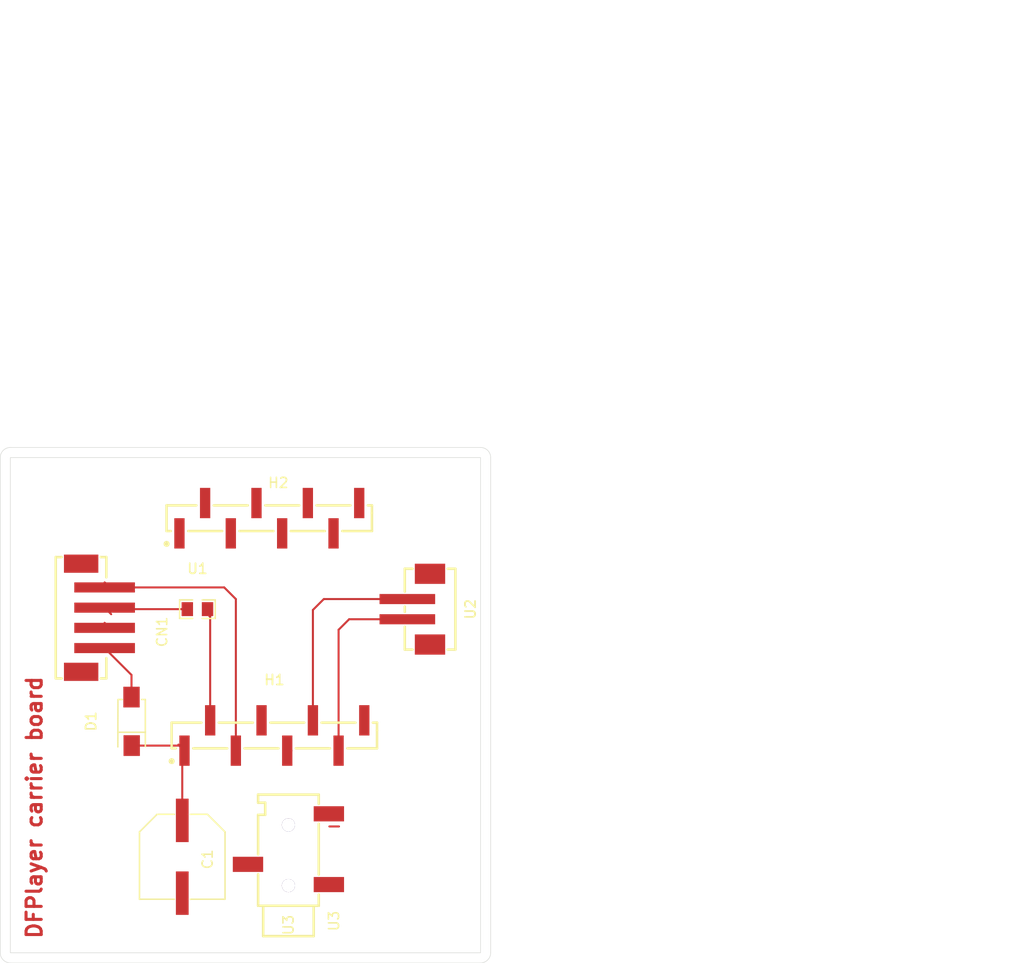
<source format=kicad_pcb>
(kicad_pcb (version 20241229) (generator "pcbnew") (generator_version "9.0")
  (layers (0 "F.Cu" signal) (2 "B.Cu" signal) (13 "F.Paste" user) (15 "B.Paste" user) (5 "F.SilkS" user "F.Silkscreen") (7 "B.SilkS" user "B.Silkscreen") (1 "F.Mask" user) (3 "B.Mask" user) (25 "Edge.Cuts" user))
  (net 0 "")
  (net 1 "footprint-_4")
  (net 2 "df_header_right-_5")
  (net 3 "footprint-_6")
  (net 4 "df_header_right-_4")
  (net 5 "df_header_right-_2")
  (net 6 "footprint-_3-1")
  (net 7 "footprint-_5")
  (net 8 "df_header_right-_3")
  (net 9 "df_header_right-_1")
  (net 10 "df_header_left-_2-1")
  (net 11 "gnd")
  (net 12 "df_header_left-_1")
  (net 13 "v_in_5v")
  (net 14 "RING")
  (net 15 "v_dfplayer")
  (net 16 "df_header_left-_3")
  (net 17 "_7")
  (net 18 "TIP")
  (net 19 "df_header_right-_6")
  (net 20 "net")
  (net 21 "df_header_left-_2-0")
  (net 22 "footprint-_3-0")
  (footprint "hanxia_HX_PM2_54_1x8P_TP_H8_5_ZQ:HDR-SMD_8P-P2.54-V-F-LS4.7" (layer "F.Cu") (at 152.61 81)
    (property "Reference" "H2" (at 0.89 -3.5 0) (layer "F.SilkS"))
    (property "Value" "")
    (fp_line (start -10.16 -1.27) (end -7.22 -1.27) (stroke (width 0.25)) (layer "F.SilkS"))
    (fp_line (start -10.16 1.27) (end -10.16 -1.27) (stroke (width 0.25)) (layer "F.SilkS"))
    (fp_line (start -9.75 1.27) (end -10.16 1.27) (stroke (width 0.25)) (layer "F.SilkS"))
    (fp_line (start -5.49 -1.27) (end -2.13 -1.27) (stroke (width 0.25)) (layer "F.SilkS"))
    (fp_line (start -4.67 1.27) (end -8.02 1.27) (stroke (width 0.25)) (layer "F.SilkS"))
    (fp_line (start -0.4 -1.27) (end 2.95 -1.27) (stroke (width 0.25)) (layer "F.SilkS"))
    (fp_line (start 0.4 1.27) (end -2.95 1.27) (stroke (width 0.25)) (layer "F.SilkS"))
    (fp_line (start 4.67 -1.27) (end 8.02 -1.27) (stroke (width 0.25)) (layer "F.SilkS"))
    (fp_line (start 5.49 1.27) (end 2.13 1.27) (stroke (width 0.25)) (layer "F.SilkS"))
    (fp_line (start 7.22 1.27) (end 10.15 1.27) (stroke (width 0.25)) (layer "F.SilkS"))
    (fp_line (start 10.15 -1.27) (end 9.75 -1.27) (stroke (width 0.25)) (layer "F.SilkS"))
    (fp_line (start 10.15 -1.27) (end 10.15 -0.51) (stroke (width 0.25)) (layer "F.SilkS"))
    (fp_line (start 10.15 -0.51) (end 10.15 1.27) (stroke (width 0.25)) (layer "F.SilkS"))
    (fp_circle (center -10.16 2.54) (end -10.01 2.54) (stroke (width 0.3)) (fill no) (layer "F.SilkS"))
    (pad "1" smd rect (at -8.89 1.5 180) (size 1.02 3) (layers "F.Cu" "F.Mask" "F.Paste") (net 9 "df_header_right-_1"))
    (pad "2" smd rect (at -6.35 -1.5 180) (size 1.02 3) (layers "F.Cu" "F.Mask" "F.Paste") (net 5 "df_header_right-_2"))
    (pad "3" smd rect (at -3.81 1.5 180) (size 1.02 3) (layers "F.Cu" "F.Mask" "F.Paste") (net 8 "df_header_right-_3"))
    (pad "4" smd rect (at -1.27 -1.5 180) (size 1.02 3) (layers "F.Cu" "F.Mask" "F.Paste") (net 4 "df_header_right-_4"))
    (pad "5" smd rect (at 1.27 1.5 180) (size 1.02 3) (layers "F.Cu" "F.Mask" "F.Paste") (net 2 "df_header_right-_5"))
    (pad "6" smd rect (at 3.81 -1.5 180) (size 1.02 3) (layers "F.Cu" "F.Mask" "F.Paste") (net 19 "df_header_right-_6"))
    (pad "7" smd rect (at 6.35 1.5 180) (size 1.02 3) (layers "F.Cu" "F.Mask" "F.Paste") (net 17 "_7"))
    (pad "8" smd rect (at 8.89 -1.5 180) (size 1.02 3) (layers "F.Cu" "F.Mask" "F.Paste") (net 11 "gnd"))
  )
  (footprint "JST_Sales_America_B4B_PH_SM4_TB_LF__SN:CONN-SMD_B4B-PH-SM4-TB-LF-SN" (layer "F.Cu") (at 135.16 90.85 -90)
    (property "Reference" "CN1" (at 1.4 -6.84 90) (layer "F.SilkS"))
    (property "Value" "")
    (fp_line (start -6 3.67) (end -6 3.09) (stroke (width 0.25)) (layer "F.SilkS"))
    (fp_line (start 6 3.67) (end -6 3.67) (stroke (width 0.25)) (layer "F.SilkS"))
    (fp_line (start 6 3.09) (end 6 3.67) (stroke (width 0.25)) (layer "F.SilkS"))
    (fp_line (start -6 -1.33) (end -6 -0.77) (stroke (width 0.25)) (layer "F.SilkS"))
    (fp_line (start -6 -1.33) (end -4 -1.33) (stroke (width 0.25)) (layer "F.SilkS"))
    (fp_line (start 4 -1.33) (end 6 -1.33) (stroke (width 0.25)) (layer "F.SilkS"))
    (fp_line (start 6 -1.33) (end 6 -0.77) (stroke (width 0.25)) (layer "F.SilkS"))
    (pad "1" smd rect (at 3 -1.16 90) (size 1 6) (layers "F.Cu" "F.Mask" "F.Paste") (net 13 "v_in_5v"))
    (pad "2" smd rect (at 1 -1.16 90) (size 1 6) (layers "F.Cu" "F.Mask" "F.Paste") (net 11 "gnd"))
    (pad "3" smd rect (at -1 -1.16 90) (size 1 6) (layers "F.Cu" "F.Mask" "F.Paste") (net 22 "footprint-_3-0"))
    (pad "4" smd rect (at -3 -1.16 90) (size 1 6) (layers "F.Cu" "F.Mask" "F.Paste") (net 16 "df_header_left-_3"))
    (pad "5" smd rect (at -5.35 1.16 270) (size 1.8 3.4) (layers "F.Cu" "F.Mask" "F.Paste") (net 7 "footprint-_5"))
    (pad "6" smd rect (at 5.35 1.16 270) (size 1.8 3.4) (layers "F.Cu" "F.Mask" "F.Paste") (net 3 "footprint-_6"))
  )
  (footprint "hongjiacheng_M1:SMA_L4.3-W2.6-LS5.0-RD" (layer "F.Cu") (at 138.99 101.1 90)
    (property "Reference" "D1" (at 0 -4.01 90) (layer "F.SilkS"))
    (property "Value" "")
    (fp_line (start -1.08 -1.36) (end -1.08 1.36) (stroke (width 0.15)) (layer "F.SilkS"))
    (fp_line (start -2.53 -1.36) (end 2.16 -1.35) (stroke (width 0.15)) (layer "F.SilkS"))
    (fp_line (start 2.16 -1.27) (end 2.16 -0.92) (stroke (width 0.15)) (layer "F.SilkS"))
    (fp_line (start 2.16 1.36) (end 2.16 1.01) (stroke (width 0.15)) (layer "F.SilkS"))
    (fp_line (start -2.5 1.36) (end 2.16 1.36) (stroke (width 0.15)) (layer "F.SilkS"))
    (fp_text user "${REFERENCE}" (at 0 -4.01 90) (layer "F.SilkS"))
    (pad "1" smd rect (at -2.4 0.01 90) (size 2.05 1.62) (layers "F.Cu" "F.Mask" "F.Paste") (net 15 "v_dfplayer"))
    (pad "2" smd rect (at 2.4 -0.01 270) (size 2.05 1.62) (layers "F.Cu" "F.Mask" "F.Paste") (net 13 "v_in_5v"))
  )
  (footprint "UNI_ROYAL_0805W8F1001T5E:R0805" (layer "F.Cu") (at 145.5 90)
    (property "Reference" "U1" (at 0 -4 0) (layer "F.SilkS"))
    (property "Value" "1kΩ ±1% 125mW")
    (fp_line (start -1.76 -0.92) (end -0.48 -0.92) (stroke (width 0.15)) (layer "F.SilkS"))
    (fp_line (start -1.76 0.92) (end -1.76 -0.92) (stroke (width 0.15)) (layer "F.SilkS"))
    (fp_line (start -0.48 0.92) (end -1.76 0.92) (stroke (width 0.15)) (layer "F.SilkS"))
    (fp_line (start 0.48 0.92) (end 1.76 0.92) (stroke (width 0.15)) (layer "F.SilkS"))
    (fp_line (start 1.76 -0.92) (end 0.48 -0.92) (stroke (width 0.15)) (layer "F.SilkS"))
    (fp_line (start 1.76 0.92) (end 1.76 -0.92) (stroke (width 0.15)) (layer "F.SilkS"))
    (fp_text user "${REFERENCE}" (at 0 -4 0) (layer "F.SilkS"))
    (pad "1" smd rect (at -1 0) (size 1.13 1.38) (layers "F.Cu" "F.Mask" "F.Paste") (net 22 "footprint-_3-0"))
    (pad "2" smd rect (at 1 0) (size 1.13 1.38) (layers "F.Cu" "F.Mask" "F.Paste") (net 21 "df_header_left-_2-0"))
  )
  (footprint "hanxia_HX_PM2_54_1x8P_TP_H8_5_ZQ:HDR-SMD_8P-P2.54-V-F-LS4.7" (layer "F.Cu") (at 153.11 102.5)
    (property "Reference" "H1" (at 0 -5.5 0) (layer "F.SilkS"))
    (property "Value" "")
    (fp_line (start -10.16 -1.27) (end -7.22 -1.27) (stroke (width 0.25)) (layer "F.SilkS"))
    (fp_line (start -10.16 1.27) (end -10.16 -1.27) (stroke (width 0.25)) (layer "F.SilkS"))
    (fp_line (start -9.75 1.27) (end -10.16 1.27) (stroke (width 0.25)) (layer "F.SilkS"))
    (fp_line (start -5.49 -1.27) (end -2.13 -1.27) (stroke (width 0.25)) (layer "F.SilkS"))
    (fp_line (start -4.67 1.27) (end -8.02 1.27) (stroke (width 0.25)) (layer "F.SilkS"))
    (fp_line (start -0.4 -1.27) (end 2.95 -1.27) (stroke (width 0.25)) (layer "F.SilkS"))
    (fp_line (start 0.4 1.27) (end -2.95 1.27) (stroke (width 0.25)) (layer "F.SilkS"))
    (fp_line (start 4.67 -1.27) (end 8.02 -1.27) (stroke (width 0.25)) (layer "F.SilkS"))
    (fp_line (start 5.49 1.27) (end 2.13 1.27) (stroke (width 0.25)) (layer "F.SilkS"))
    (fp_line (start 7.22 1.27) (end 10.15 1.27) (stroke (width 0.25)) (layer "F.SilkS"))
    (fp_line (start 10.15 -1.27) (end 9.75 -1.27) (stroke (width 0.25)) (layer "F.SilkS"))
    (fp_line (start 10.15 -1.27) (end 10.15 -0.51) (stroke (width 0.25)) (layer "F.SilkS"))
    (fp_line (start 10.15 -0.51) (end 10.15 1.27) (stroke (width 0.25)) (layer "F.SilkS"))
    (fp_circle (center -10.16 2.54) (end -10.01 2.54) (stroke (width 0.3)) (fill no) (layer "F.SilkS"))
    (fp_text user "${REFERENCE}" (at 0 -5.5 0) (layer "F.SilkS"))
    (pad "1" smd rect (at -8.89 1.5 180) (size 1.02 3) (layers "F.Cu" "F.Mask" "F.Paste") (net 15 "v_dfplayer"))
    (pad "2" smd rect (at -6.35 -1.5 180) (size 1.02 3) (layers "F.Cu" "F.Mask" "F.Paste") (net 21 "df_header_left-_2-0"))
    (pad "3" smd rect (at -3.81 1.5 180) (size 1.02 3) (layers "F.Cu" "F.Mask" "F.Paste") (net 16 "df_header_left-_3"))
    (pad "4" smd rect (at -1.27 -1.5 180) (size 1.02 3) (layers "F.Cu" "F.Mask" "F.Paste") (net 18 "TIP"))
    (pad "5" smd rect (at 1.27 1.5 180) (size 1.02 3) (layers "F.Cu" "F.Mask" "F.Paste") (net 14 "RING"))
    (pad "6" smd rect (at 3.81 -1.5 180) (size 1.02 3) (layers "F.Cu" "F.Mask" "F.Paste") (net 12 "df_header_left-_1"))
    (pad "7" smd rect (at 6.35 1.5 180) (size 1.02 3) (layers "F.Cu" "F.Mask" "F.Paste") (net 10 "df_header_left-_2-1"))
    (pad "8" smd rect (at 8.89 -1.5 180) (size 1.02 3) (layers "F.Cu" "F.Mask" "F.Paste") (net 11 "gnd"))
  )
  (footprint "JST_Sales_America_B2B_PH_SM4_TBT_LF__SN:CONN-SMD_B2B-PH-SM4-TBT-LF-SN" (layer "F.Cu") (at 167.38 90 -90)
    (property "Reference" "U2" (at 0 -5.12 90) (layer "F.SilkS"))
    (property "Value" "")
    (fp_line (start -4 1.37) (end -1.73 1.37) (stroke (width 0.25)) (layer "F.SilkS"))
    (fp_line (start -0.27 1.37) (end 0.27 1.37) (stroke (width 0.25)) (layer "F.SilkS"))
    (fp_line (start 1.73 1.37) (end 4 1.37) (stroke (width 0.25)) (layer "F.SilkS"))
    (fp_line (start 4 1.37) (end 4 0.6) (stroke (width 0.25)) (layer "F.SilkS"))
    (fp_line (start -4 0.6) (end -4 1.37) (stroke (width 0.25)) (layer "F.SilkS"))
    (fp_line (start 4 -2.86) (end 4 -3.63) (stroke (width 0.25)) (layer "F.SilkS"))
    (fp_line (start -4 -3.63) (end -4 -2.86) (stroke (width 0.25)) (layer "F.SilkS"))
    (fp_line (start -4 -3.63) (end 4 -3.63) (stroke (width 0.25)) (layer "F.SilkS"))
    (fp_text user "${REFERENCE}" (at 0 -5.12 90) (layer "F.SilkS"))
    (pad "1" smd rect (at -1 1.12 270) (size 1 5.5) (layers "F.Cu" "F.Mask" "F.Paste") (net 12 "df_header_left-_1"))
    (pad "2" smd rect (at 1 1.12 270) (size 1 5.5) (layers "F.Cu" "F.Mask" "F.Paste") (net 10 "df_header_left-_2-1"))
    (pad "3" smd rect (at 3.5 -1.12 270) (size 2 3) (layers "F.Cu" "F.Mask" "F.Paste") (net 6 "footprint-_3-1"))
    (pad "4" smd rect (at -3.5 -1.12 270) (size 2 3) (layers "F.Cu" "F.Mask" "F.Paste") (net 1 "footprint-_4"))
  )
  (footprint "PANASONIC_EEEFK1A471AP:CAP-SMD_BD8.0-L8.3-W8.3-LS9.9-FD" (layer "F.Cu") (at 144 114.5 -90)
    (property "Reference" "C1" (hide yes))
    (property "Value" "")
    (fp_line (start -2.46 4.23) (end -4.2 2.49) (stroke (width 0.15)) (layer "F.SilkS"))
    (fp_line (start 4.2 4.23) (end -2.46 4.23) (stroke (width 0.15)) (layer "F.SilkS"))
    (fp_line (start -4.2 2.49) (end -4.2 0.78) (stroke (width 0.15)) (layer "F.SilkS"))
    (fp_line (start 4.2 0.78) (end 4.2 4.23) (stroke (width 0.15)) (layer "F.SilkS"))
    (fp_line (start 4.2 -0.78) (end 4.2 -4.23) (stroke (width 0.15)) (layer "F.SilkS"))
    (fp_line (start -4.2 -2.49) (end -4.2 -0.78) (stroke (width 0.15)) (layer "F.SilkS"))
    (fp_line (start -2.46 -4.23) (end -4.2 -2.49) (stroke (width 0.15)) (layer "F.SilkS"))
    (fp_line (start 4.2 -4.23) (end -2.46 -4.23) (stroke (width 0.15)) (layer "F.SilkS"))
    (fp_text user "${REFERENCE}" (at 0.25 -2.5 90) (layer "F.SilkS"))
    (pad "1" smd rect (at -3.6 0 270) (size 4.3 1.26) (layers "F.Cu" "F.Mask" "F.Paste") (net 15 "v_dfplayer"))
    (pad "2" smd rect (at 3.6 0 270) (size 4.3 1.26) (layers "F.Cu" "F.Mask" "F.Paste") (net 11 "gnd"))
  )
  (footprint "SOFNG_PJ_320B:AUDIO-SMD_PJ-320B" (layer "F.Cu") (at 154.5 113.75 180)
    (property "Reference" "U3" (at 0 -7.5 90) (layer "F.SilkS"))
    (property "Value" "")
    (fp_line (start 3 5.4) (end -3 5.4) (stroke (width 0.25)) (layer "F.SilkS"))
    (fp_line (start 3 4.6) (end 3 5.4) (stroke (width 0.25)) (layer "F.SilkS"))
    (fp_line (start 3 3.4) (end 2.3 3.4) (stroke (width 0.25)) (layer "F.SilkS"))
    (fp_line (start 3 -0.52) (end 3 3.4) (stroke (width 0.25)) (layer "F.SilkS"))
    (fp_line (start 3 -5.6) (end 3 -2.48) (stroke (width 0.25)) (layer "F.SilkS"))
    (fp_line (start 2.5 -5.6) (end 2.5 -8.6) (stroke (width 0.25)) (layer "F.SilkS"))
    (fp_line (start 2.3 4.6) (end 3 4.6) (stroke (width 0.25)) (layer "F.SilkS"))
    (fp_line (start 2.3 3.4) (end 2.3 4.6) (stroke (width 0.25)) (layer "F.SilkS"))
    (fp_line (start -2.5 -5.6) (end -2.5 -8.6) (stroke (width 0.25)) (layer "F.SilkS"))
    (fp_line (start -2.5 -8.6) (end 2.5 -8.6) (stroke (width 0.25)) (layer "F.SilkS"))
    (fp_line (start -3 4.48) (end -3 5.4) (stroke (width 0.25)) (layer "F.SilkS"))
    (fp_line (start -3 -2.52) (end -3 2.52) (stroke (width 0.25)) (layer "F.SilkS"))
    (fp_line (start -3 -5.6) (end 3 -5.6) (stroke (width 0.25)) (layer "F.SilkS"))
    (fp_line (start -3 -5.6) (end -3 -4.48) (stroke (width 0.25)) (layer "F.SilkS"))
    (fp_text user "${REFERENCE}" (at -4.5 -7.1 90) (layer "F.SilkS"))
    (pad "" thru_hole circle (at 0 -3.6 180) (size 1.3 1.3) (drill 1.3) (layers "*.Cu" "*.Mask") (net 20 "net"))
    (pad "" thru_hole circle (at 0 2.4 180) (size 1.3 1.3) (drill 1.3) (layers "*.Cu" "*.Mask") (net 20 "net"))
    (pad "1" smd rect (at -4 -3.5 180) (size 3 1.5) (layers "F.Cu" "F.Mask" "F.Paste") (net 18 "TIP"))
    (pad "2" smd rect (at 4 -1.5 180) (size 3 1.5) (layers "F.Cu" "F.Mask" "F.Paste") (net 14 "RING"))
    (pad "3" smd rect (at -4 3.5 180) (size 3 1.5) (layers "F.Cu" "F.Mask" "F.Paste") (net 11 "gnd"))
  )
  (gr_line (start 126 124) (end 126 75) (stroke (width 0.05)) (layer "Edge.Cuts"))
  (gr_rect (start 127 75) (end 173.5 124) (stroke (width 0.05)) (fill no) (layer "Edge.Cuts"))
  (gr_line (start 173.5 125) (end 127 125) (stroke (width 0.05)) (layer "Edge.Cuts"))
  (gr_arc (start 127 125) (mid 126.292893 124.707107) (end 126 124) (stroke (width 0.05)) (layer "Edge.Cuts"))
  (gr_arc (start 126 75) (mid 126.292893 74.292893) (end 127 74) (stroke (width 0.05)) (layer "Edge.Cuts"))
  (gr_arc (start 174.5 124) (mid 174.207107 124.707107) (end 173.5 125) (stroke (width 0.05)) (layer "Edge.Cuts"))
  (gr_line (start 174.5 75) (end 174.5 124) (stroke (width 0.05)) (layer "Edge.Cuts"))
  (gr_line (start 127 74) (end 173.5 74) (stroke (width 0.05)) (layer "Edge.Cuts"))
  (gr_arc (start 173.5 74) (mid 174.207107 74.292893) (end 174.5 75) (stroke (width 0.05)) (layer "Edge.Cuts"))
  (gr_text "DFPlayer carrier board" (at 130.25 122.75 90) (layer "F.Cu") (effects (font (size 1.5 1.5) (thickness 0.3) (bold yes)) (justify left bottom)))
  (segment (start 159.46 92.04) (end 159.46 104) (width 0.2) (layer "F.Cu") (net 10))
  (segment (start 166.26 91) (end 160.5 91) (width 0.2) (layer "F.Cu") (net 10))
  (segment (start 160.5 91) (end 159.46 92.04) (width 0.2) (layer "F.Cu") (net 10))
  (segment (start 159.5 111.5) (end 158.55 111.5) (width 0.2) (layer "F.Cu") (net 11))
  (segment (start 136.49 91.52) (end 136.32 91.35) (width 0.2) (layer "F.Cu") (net 11))
  (segment (start 156.92 90.08) (end 158 89) (width 0.2) (layer "F.Cu") (net 12))
  (segment (start 156.92 101) (end 156.92 90.08) (width 0.2) (layer "F.Cu") (net 12))
  (segment (start 158 89) (end 166.26 89) (width 0.2) (layer "F.Cu") (net 12))
  (segment (start 138.98 96.51) (end 136.32 93.85) (width 0.2) (layer "F.Cu") (net 13))
  (segment (start 138.98 98.7) (end 138.98 96.51) (width 0.2) (layer "F.Cu") (net 13))
  (segment (start 154.38 104) (end 154.802 104) (width 0.2) (layer "F.Cu") (net 14))
  (segment (start 143.72 103.5) (end 144.22 104) (width 0.2) (layer "F.Cu") (net 15))
  (segment (start 144 104.22) (end 144.22 104) (width 0.2) (layer "F.Cu") (net 15))
  (segment (start 144 110.9) (end 144 104.22) (width 0.2) (layer "F.Cu") (net 15))
  (segment (start 139 103.5) (end 143.72 103.5) (width 0.2) (layer "F.Cu") (net 15))
  (segment (start 144.6 104.38) (end 144.22 104) (width 0.2) (layer "F.Cu") (net 15))
  (segment (start 143.62 103.4) (end 144.22 104) (width 0.2) (layer "F.Cu") (net 15))
  (segment (start 136.97 88) (end 136.32 87.35) (width 0.2) (layer "F.Cu") (net 16))
  (segment (start 149.3 104) (end 149.3 89) (width 0.2) (layer "F.Cu") (net 16))
  (segment (start 148.15 87.85) (end 136.32 87.85) (width 0.2) (layer "F.Cu") (net 16))
  (segment (start 149.3 89) (end 148.15 87.85) (width 0.2) (layer "F.Cu") (net 16))
  (segment (start 152 101.16) (end 151.84 101) (width 0.2) (layer "F.Cu") (net 18))
  (segment (start 146.76 90.26) (end 146.5 90) (width 0.2) (layer "F.Cu") (net 21))
  (segment (start 146.86 100.9) (end 146.76 101) (width 0.2) (layer "F.Cu") (net 21))
  (segment (start 146.76 101) (end 146.76 90.26) (width 0.2) (layer "F.Cu") (net 21))
  (segment (start 146.5 90) (end 146.5 90.5) (width 0.2) (layer "F.Cu") (net 21))
  (segment (start 146.5 90.5) (end 146.76 90.76) (width 0.2) (layer "F.Cu") (net 21))
  (segment (start 144.5 90) (end 136.47 90) (width 0.2) (layer "F.Cu") (net 22))
  (segment (start 136.97 90.5) (end 136.32 89.85) (width 0.2) (layer "F.Cu") (net 22))
  (segment (start 136.47 90) (end 136.32 89.85) (width 0.2) (layer "F.Cu") (net 22))
)
</source>
